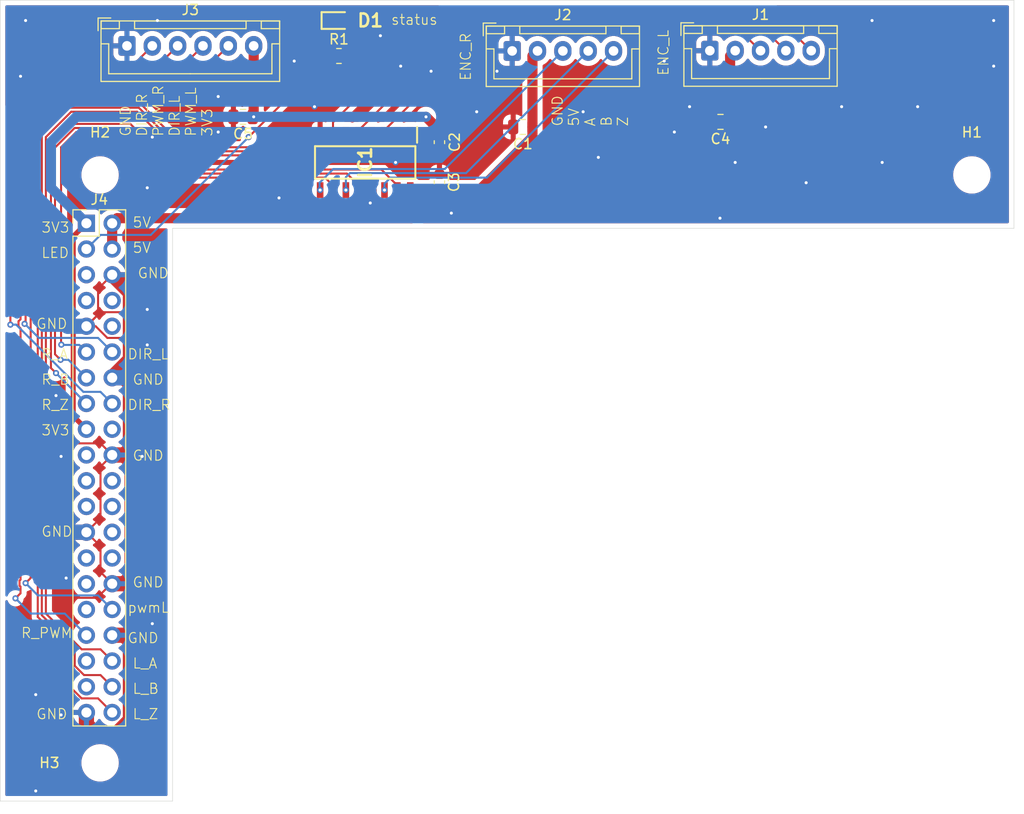
<source format=kicad_pcb>
(kicad_pcb (version 20240108) (generator "pcbnew") (generator_version "8.0")
  (layers (0 "F.Cu" signal) (31 "B.Cu" signal) (34 "B.Paste" user) (35 "F.Paste" user) (36 "B.SilkS" user "B.Silkscreen") (37 "F.SilkS" user "F.Silkscreen") (38 "B.Mask" user) (39 "F.Mask" user) (44 "Edge.Cuts" user))
  (net 0 "")
  (net 1 "GND")
  (net 2 "+5V")
  (net 3 "+3.3V")
  (net 4 "enc_R_B")
  (net 5 "Net-(IC1-FIN)")
  (net 6 "Net-(IC1-CIN)")
  (net 7 "Net-(IC1-DIN)")
  (net 8 "Net-(IC1-EIN)")
  (net 9 "enc_R_Z")
  (net 10 "Net-(IC1-BIN)")
  (net 11 "enc_L_B")
  (net 12 "Net-(IC1-AIN)")
  (net 13 "enc_L_A")
  (net 14 "enc_R_A")
  (net 15 "enc_L_Z")
  (net 16 "STATE_LED")
  (net 17 "PWM_LEFT")
  (net 18 "PWM_RIGHT")
  (net 19 "DIR_RIGHT")
  (net 21 "DIR_LEFT")
  (net 38 "Net-(D1-A)")
  (footprint "Capacitor_SMD:C_0603_1608Metric" (layer "F.Cu") (at 93.325 67.95 -90)
    (property "Reference" "C3" (at 0 -1.43 90) (layer "F.SilkS"))
    (property "Value" "0.1u")
    (fp_line (start -0.14058 0.51) (end 0.14058 0.51) (stroke (width 0.12)) (layer "F.SilkS"))
    (fp_line (start -0.14058 -0.51) (end 0.14058 -0.51) (stroke (width 0.12)) (layer "F.SilkS"))
    (pad "1" smd roundrect (at -0.775 0 270) (size 0.9 0.95) (layers "F.Cu" "F.Paste" "F.Mask") (net 1 "GND"))
    (pad "2" smd roundrect (at 0.775 0 270) (size 0.9 0.95) (layers "F.Cu" "F.Paste" "F.Mask") (net 2 "+5V"))
  )
  (footprint "Connector_JST:JST_XH_B5B-XH-A_1x05_P2.50mm_Vertical" (layer "F.Cu") (at 120 54.975)
    (property "Reference" "J1" (at 5 -3.55 0) (layer "F.SilkS"))
    (property "Value" "ENC_L")
    (fp_line (start -2.85 -2.75) (end -2.85 -1.5) (stroke (width 0.12)) (layer "F.SilkS"))
    (fp_line (start -2.56 -2.46) (end -2.56 3.51) (stroke (width 0.12)) (layer "F.SilkS"))
    (fp_line (start -2.56 3.51) (end 12.56 3.51) (stroke (width 0.12)) (layer "F.SilkS"))
    (fp_line (start -2.55 -2.45) (end -2.55 -1.7) (stroke (width 0.12)) (layer "F.SilkS"))
    (fp_line (start -2.55 -1.7) (end -0.75 -1.7) (stroke (width 0.12)) (layer "F.SilkS"))
    (fp_line (start -2.55 -0.2) (end -1.8 -0.2) (stroke (width 0.12)) (layer "F.SilkS"))
    (fp_line (start -1.8 -0.2) (end -1.8 2.75) (stroke (width 0.12)) (layer "F.SilkS"))
    (fp_line (start -1.8 2.75) (end 5 2.75) (stroke (width 0.12)) (layer "F.SilkS"))
    (fp_line (start -1.6 -2.75) (end -2.85 -2.75) (stroke (width 0.12)) (layer "F.SilkS"))
    (fp_line (start -0.75 -2.45) (end -2.55 -2.45) (stroke (width 0.12)) (layer "F.SilkS"))
    (fp_line (start -0.75 -1.7) (end -0.75 -2.45) (stroke (width 0.12)) (layer "F.SilkS"))
    (fp_line (start 0.75 -2.45) (end 0.75 -1.7) (stroke (width 0.12)) (layer "F.SilkS"))
    (fp_line (start 0.75 -1.7) (end 9.25 -1.7) (stroke (width 0.12)) (layer "F.SilkS"))
    (fp_line (start 9.25 -2.45) (end 0.75 -2.45) (stroke (width 0.12)) (layer "F.SilkS"))
    (fp_line (start 9.25 -1.7) (end 9.25 -2.45) (stroke (width 0.12)) (layer "F.SilkS"))
    (fp_line (start 10.75 -2.45) (end 10.75 -1.7) (stroke (width 0.12)) (layer "F.SilkS"))
    (fp_line (start 10.75 -1.7) (end 12.55 -1.7) (stroke (width 0.12)) (layer "F.SilkS"))
    (fp_line (start 11.8 -0.2) (end 11.8 2.75) (stroke (width 0.12)) (layer "F.SilkS"))
    (fp_line (start 11.8 2.75) (end 5 2.75) (stroke (width 0.12)) (layer "F.SilkS"))
    (fp_line (start 12.55 -2.45) (end 10.75 -2.45) (stroke (width 0.12)) (layer "F.SilkS"))
    (fp_line (start 12.55 -1.7) (end 12.55 -2.45) (stroke (width 0.12)) (layer "F.SilkS"))
    (fp_line (start 12.55 -0.2) (end 11.8 -0.2) (stroke (width 0.12)) (layer "F.SilkS"))
    (fp_line (start 12.56 -2.46) (end -2.56 -2.46) (stroke (width 0.12)) (layer "F.SilkS"))
    (fp_line (start 12.56 3.51) (end 12.56 -2.46) (stroke (width 0.12)) (layer "F.SilkS"))
    (pad "1" thru_hole roundrect (at 0 0) (size 1.7 1.95) (drill 0.95) (layers "*.Cu" "*.Mask") (roundrect_rratio 0.147059) (net 1 "GND"))
    (pad "2" thru_hole oval (at 2.5 0) (size 1.7 1.95) (drill 0.95) (layers "*.Cu" "*.Mask") (net 2 "+5V"))
    (pad "3" thru_hole oval (at 5 0) (size 1.7 1.95) (drill 0.95) (layers "*.Cu" "*.Mask") (net 12 "Net-(IC1-AIN)"))
    (pad "4" thru_hole oval (at 7.5 0) (size 1.7 1.95) (drill 0.95) (layers "*.Cu" "*.Mask") (net 10 "Net-(IC1-BIN)"))
    (pad "5" thru_hole oval (at 10 0) (size 1.7 1.95) (drill 0.95) (layers "*.Cu" "*.Mask") (net 6 "Net-(IC1-CIN)"))
  )
  (footprint "Connector_JST:JST_XH_B6B-XH-A_1x06_P2.50mm_Vertical" (layer "F.Cu") (at 62.5 54.5)
    (property "Reference" "J3" (at 6.25 -3.55 0) (layer "F.SilkS"))
    (property "Value" "MD")
    (fp_line (start -2.85 -2.75) (end -2.85 -1.5) (stroke (width 0.12)) (layer "F.SilkS"))
    (fp_line (start -2.56 -2.46) (end -2.56 3.51) (stroke (width 0.12)) (layer "F.SilkS"))
    (fp_line (start -2.56 3.51) (end 15.06 3.51) (stroke (width 0.12)) (layer "F.SilkS"))
    (fp_line (start -2.55 -2.45) (end -2.55 -1.7) (stroke (width 0.12)) (layer "F.SilkS"))
    (fp_line (start -2.55 -1.7) (end -0.75 -1.7) (stroke (width 0.12)) (layer "F.SilkS"))
    (fp_line (start -2.55 -0.2) (end -1.8 -0.2) (stroke (width 0.12)) (layer "F.SilkS"))
    (fp_line (start -1.8 -0.2) (end -1.8 2.75) (stroke (width 0.12)) (layer "F.SilkS"))
    (fp_line (start -1.8 2.75) (end 6.25 2.75) (stroke (width 0.12)) (layer "F.SilkS"))
    (fp_line (start -1.6 -2.75) (end -2.85 -2.75) (stroke (width 0.12)) (layer "F.SilkS"))
    (fp_line (start -0.75 -2.45) (end -2.55 -2.45) (stroke (width 0.12)) (layer "F.SilkS"))
    (fp_line (start -0.75 -1.7) (end -0.75 -2.45) (stroke (width 0.12)) (layer "F.SilkS"))
    (fp_line (start 0.75 -2.45) (end 0.75 -1.7) (stroke (width 0.12)) (layer "F.SilkS"))
    (fp_line (start 0.75 -1.7) (end 11.75 -1.7) (stroke (width 0.12)) (layer "F.SilkS"))
    (fp_line (start 11.75 -2.45) (end 0.75 -2.45) (stroke (width 0.12)) (layer "F.SilkS"))
    (fp_line (start 11.75 -1.7) (end 11.75 -2.45) (stroke (width 0.12)) (layer "F.SilkS"))
    (fp_line (start 13.25 -2.45) (end 13.25 -1.7) (stroke (width 0.12)) (layer "F.SilkS"))
    (fp_line (start 13.25 -1.7) (end 15.05 -1.7) (stroke (width 0.12)) (layer "F.SilkS"))
    (fp_line (start 14.3 -0.2) (end 14.3 2.75) (stroke (width 0.12)) (layer "F.SilkS"))
    (fp_line (start 14.3 2.75) (end 6.25 2.75) (stroke (width 0.12)) (layer "F.SilkS"))
    (fp_line (start 15.05 -2.45) (end 13.25 -2.45) (stroke (width 0.12)) (layer "F.SilkS"))
    (fp_line (start 15.05 -1.7) (end 15.05 -2.45) (stroke (width 0.12)) (layer "F.SilkS"))
    (fp_line (start 15.05 -0.2) (end 14.3 -0.2) (stroke (width 0.12)) (layer "F.SilkS"))
    (fp_line (start 15.06 -2.46) (end -2.56 -2.46) (stroke (width 0.12)) (layer "F.SilkS"))
    (fp_line (start 15.06 3.51) (end 15.06 -2.46) (stroke (width 0.12)) (layer "F.SilkS"))
    (pad "1" thru_hole roundrect (at 0 0) (size 1.7 1.95) (drill 0.95) (layers "*.Cu" "*.Mask") (roundrect_rratio 0.147059) (net 1 "GND"))
    (pad "2" thru_hole oval (at 2.5 0) (size 1.7 1.95) (drill 0.95) (layers "*.Cu" "*.Mask") (net 19 "DIR_RIGHT"))
    (pad "3" thru_hole oval (at 5 0) (size 1.7 1.95) (drill 0.95) (layers "*.Cu" "*.Mask") (net 18 "PWM_RIGHT"))
    (pad "4" thru_hole oval (at 7.5 0) (size 1.7 1.95) (drill 0.95) (layers "*.Cu" "*.Mask") (net 21 "DIR_LEFT"))
    (pad "5" thru_hole oval (at 10 0) (size 1.7 1.95) (drill 0.95) (layers "*.Cu" "*.Mask") (net 17 "PWM_LEFT"))
    (pad "6" thru_hole oval (at 12.5 0) (size 1.7 1.95) (drill 0.95) (layers "*.Cu" "*.Mask") (net 3 "+3.3V"))
  )
  (footprint "MountingHole:MountingHole_3.2mm_M3" (layer "F.Cu") (at 145.85 67.23)
    (property "Reference" "H1" (at 0 -4.2 0) (layer "F.SilkS"))
    (property "Value" "MountingHole")
    (pad "" np_thru_hole circle (at 0 0) (size 3.2 3.2) (drill 3.2) (layers "*.Cu" "*.Mask"))
  )
  (footprint "Capacitor_SMD:C_0805_2012Metric" (layer "F.Cu") (at 73.95 61.5 180)
    (property "Reference" "C5" (at 0 -1.68 180) (layer "F.SilkS"))
    (property "Value" "10u")
    (fp_line (start -0.261252 0.735) (end 0.261252 0.735) (stroke (width 0.12)) (layer "F.SilkS"))
    (fp_line (start -0.261252 -0.735) (end 0.261252 -0.735) (stroke (width 0.12)) (layer "F.SilkS"))
    (pad "1" smd roundrect (at -0.95 0 180) (size 1 1.45) (layers "F.Cu" "F.Paste" "F.Mask") (net 3 "+3.3V"))
    (pad "2" smd roundrect (at 0.95 0 180) (size 1 1.45) (layers "F.Cu" "F.Paste" "F.Mask") (net 1 "GND"))
  )
  (footprint "Capacitor_SMD:C_0805_2012Metric" (layer "F.Cu") (at 121.05 62 180)
    (property "Reference" "C4" (at 0 -1.68 180) (layer "F.SilkS"))
    (property "Value" "10u")
    (fp_line (start -0.261252 0.735) (end 0.261252 0.735) (stroke (width 0.12)) (layer "F.SilkS"))
    (fp_line (start -0.261252 -0.735) (end 0.261252 -0.735) (stroke (width 0.12)) (layer "F.SilkS"))
    (pad "1" smd roundrect (at -0.95 0 180) (size 1 1.45) (layers "F.Cu" "F.Paste" "F.Mask") (net 2 "+5V"))
    (pad "2" smd roundrect (at 0.95 0 180) (size 1 1.45) (layers "F.Cu" "F.Paste" "F.Mask") (net 1 "GND"))
  )
  (footprint "MC14504BDR2G:SOIC127P600X175-16N" (layer "F.Cu") (at 86 66 -90)
    (property "Reference" "IC1" (at 0 0 90) (layer "F.SilkS") (effects (font (size 1.27 1.27) (thickness 0.254))))
    (property "Value" "MC14504BDR2G" (hide yes))
    (fp_line (start -1.6 4.95) (end -1.6 -4.95) (stroke (width 0.2)) (layer "F.SilkS"))
    (fp_line (start 1.6 4.95) (end -1.6 4.95) (stroke (width 0.2)) (layer "F.SilkS"))
    (fp_line (start -1.6 -4.95) (end 1.6 -4.95) (stroke (width 0.2)) (layer "F.SilkS"))
    (fp_line (start 1.6 -4.95) (end 1.6 4.95) (stroke (width 0.2)) (layer "F.SilkS"))
    (fp_line (start -3.5 -5.12) (end -1.95 -5.12) (stroke (width 0.2)) (layer "F.SilkS"))
    (pad "1" smd rect (at -2.725 -4.445) (size 0.65 1.55) (layers "F.Cu" "F.Paste" "F.Mask") (net 3 "+3.3V"))
    (pad "2" smd rect (at -2.725 -3.175) (size 0.65 1.55) (layers "F.Cu" "F.Paste" "F.Mask") (net 13 "enc_L_A"))
    (pad "3" smd rect (at -2.725 -1.905) (size 0.65 1.55) (layers "F.Cu" "F.Paste" "F.Mask") (net 12 "Net-(IC1-AIN)"))
    (pad "4" smd rect (at -2.725 -0.635) (size 0.65 1.55) (layers "F.Cu" "F.Paste" "F.Mask") (net 11 "enc_L_B"))
    (pad "5" smd rect (at -2.725 0.635) (size 0.65 1.55) (layers "F.Cu" "F.Paste" "F.Mask") (net 10 "Net-(IC1-BIN)"))
    (pad "6" smd rect (at -2.725 1.905) (size 0.65 1.55) (layers "F.Cu" "F.Paste" "F.Mask") (net 15 "enc_L_Z"))
    (pad "7" smd rect (at -2.725 3.175) (size 0.65 1.55) (layers "F.Cu" "F.Paste" "F.Mask") (net 6 "Net-(IC1-CIN)"))
    (pad "8" smd rect (at -2.725 4.445) (size 0.65 1.55) (layers "F.Cu" "F.Paste" "F.Mask") (net 1 "GND"))
    (pad "9" smd rect (at 2.725 4.445) (size 0.65 1.55) (layers "F.Cu" "F.Paste" "F.Mask") (net 7 "Net-(IC1-DIN)"))
    (pad "10" smd rect (at 2.725 3.175) (size 0.65 1.55) (layers "F.Cu" "F.Paste" "F.Mask") (net 14 "enc_R_A"))
    (pad "11" smd rect (at 2.725 1.905) (size 0.65 1.55) (layers "F.Cu" "F.Paste" "F.Mask") (net 8 "Net-(IC1-EIN)"))
    (pad "12" smd rect (at 2.725 0.635) (size 0.65 1.55) (layers "F.Cu" "F.Paste" "F.Mask") (net 4 "enc_R_B"))
    (pad "13" smd rect (at 2.725 -0.635) (size 0.65 1.55) (layers "F.Cu" "F.Paste" "F.Mask") (net 1 "GND"))
    (pad "14" smd rect (at 2.725 -1.905) (size 0.65 1.55) (layers "F.Cu" "F.Paste" "F.Mask") (net 5 "Net-(IC1-FIN)"))
    (pad "15" smd rect (at 2.725 -3.175) (size 0.65 1.55) (layers "F.Cu" "F.Paste" "F.Mask") (net 9 "enc_R_Z"))
    (pad "16" smd rect (at 2.725 -4.445) (size 0.65 1.55) (layers "F.Cu" "F.Paste" "F.Mask") (net 2 "+5V"))
  )
  (footprint "Connector_PinHeader_2.54mm:PinHeader_2x20_P2.54mm_Vertical" (layer "F.Cu") (at 58.5 72)
    (property "Reference" "J4" (at 1.27 -2.33 0) (layer "F.SilkS"))
    (property "Value" "JetsonGPIO")
    (fp_line (start -1.33 -1.33) (end 0 -1.33) (stroke (width 0.12)) (layer "F.SilkS"))
    (fp_line (start -1.33 0) (end -1.33 -1.33) (stroke (width 0.12)) (layer "F.SilkS"))
    (fp_line (start -1.33 1.27) (end -1.33 49.59) (stroke (width 0.12)) (layer "F.SilkS"))
    (fp_line (start -1.33 1.27) (end 1.27 1.27) (stroke (width 0.12)) (layer "F.SilkS"))
    (fp_line (start -1.33 49.59) (end 3.87 49.59) (stroke (width 0.12)) (layer "F.SilkS"))
    (fp_line (start 1.27 -1.33) (end 3.87 -1.33) (stroke (width 0.12)) (layer "F.SilkS"))
    (fp_line (start 1.27 1.27) (end 1.27 -1.33) (stroke (width 0.12)) (layer "F.SilkS"))
    (fp_line (start 3.87 -1.33) (end 3.87 49.59) (stroke (width 0.12)) (layer "F.SilkS"))
    (pad "1" thru_hole rect (at 0 0) (size 1.7 1.7) (drill 1) (layers "*.Cu" "*.Mask") (net 3 "+3.3V"))
    (pad "2" thru_hole oval (at 2.54 0) (size 1.7 1.7) (drill 1) (layers "*.Cu" "*.Mask") (net 2 "+5V"))
    (pad "3" thru_hole oval (at 0 2.54) (size 1.7 1.7) (drill 1) (layers "*.Cu" "*.Mask") (net 16 "STATE_LED"))
    (pad "4" thru_hole oval (at 2.54 2.54) (size 1.7 1.7) (drill 1) (layers "*.Cu" "*.Mask") (net 2 "+5V"))
    (pad "5" thru_hole oval (at 0 5.08) (size 1.7 1.7) (drill 1) (layers "*.Cu" "*.Mask"))
    (pad "6" thru_hole oval (at 2.54 5.08) (size 1.7 1.7) (drill 1) (layers "*.Cu" "*.Mask") (net 1 "GND"))
    (pad "7" thru_hole oval (at 0 7.62) (size 1.7 1.7) (drill 1) (layers "*.Cu" "*.Mask"))
    (pad "8" thru_hole oval (at 2.54 7.62) (size 1.7 1.7) (drill 1) (layers "*.Cu" "*.Mask"))
    (pad "9" thru_hole oval (at 0 10.16) (size 1.7 1.7) (drill 1) (layers "*.Cu" "*.Mask") (net 1 "GND"))
    (pad "10" thru_hole oval (at 2.54 10.16) (size 1.7 1.7) (drill 1) (layers "*.Cu" "*.Mask"))
    (pad "11" thru_hole oval (at 0 12.7) (size 1.7 1.7) (drill 1) (layers "*.Cu" "*.Mask") (net 14 "enc_R_A"))
    (pad "12" thru_hole oval (at 2.54 12.7) (size 1.7 1.7) (drill 1) (layers "*.Cu" "*.Mask") (net 21 "DIR_LEFT"))
    (pad "13" thru_hole oval (at 0 15.24) (size 1.7 1.7) (drill 1) (layers "*.Cu" "*.Mask") (net 4 "enc_R_B"))
    (pad "14" thru_hole oval (at 2.54 15.24) (size 1.7 1.7) (drill 1) (layers "*.Cu" "*.Mask") (net 1 "GND"))
    (pad "15" thru_hole oval (at 0 17.78) (size 1.7 1.7) (drill 1) (layers "*.Cu" "*.Mask") (net 9 "enc_R_Z"))
    (pad "16" thru_hole oval (at 2.54 17.78) (size 1.7 1.7) (drill 1) (layers "*.Cu" "*.Mask") (net 19 "DIR_RIGHT"))
    (pad "17" thru_hole oval (at 0 20.32) (size 1.7 1.7) (drill 1) (layers "*.Cu" "*.Mask") (net 3 "+3.3V"))
    (pad "18" thru_hole oval (at 2.54 20.32) (size 1.7 1.7) (drill 1) (layers "*.Cu" "*.Mask"))
    (pad "19" thru_hole oval (at 0 22.86) (size 1.7 1.7) (drill 1) (layers "*.Cu" "*.Mask"))
    (pad "20" thru_hole oval (at 2.54 22.86) (size 1.7 1.7) (drill 1) (layers "*.Cu" "*.Mask") (net 1 "GND"))
    (pad "21" thru_hole oval (at 0 25.4) (size 1.7 1.7) (drill 1) (layers "*.Cu" "*.Mask"))
    (pad "22" thru_hole oval (at 2.54 25.4) (size 1.7 1.7) (drill 1) (layers "*.Cu" "*.Mask"))
    (pad "23" thru_hole oval (at 0 27.94) (size 1.7 1.7) (drill 1) (layers "*.Cu" "*.Mask"))
    (pad "24" thru_hole oval (at 2.54 27.94) (size 1.7 1.7) (drill 1) (layers "*.Cu" "*.Mask"))
    (pad "25" thru_hole oval (at 0 30.48) (size 1.7 1.7) (drill 1) (layers "*.Cu" "*.Mask") (net 1 "GND"))
    (pad "26" thru_hole oval (at 2.54 30.48) (size 1.7 1.7) (drill 1) (layers "*.Cu" "*.Mask"))
    (pad "27" thru_hole oval (at 0 33.02) (size 1.7 1.7) (drill 1) (layers "*.Cu" "*.Mask"))
    (pad "28" thru_hole oval (at 2.54 33.02) (size 1.7 1.7) (drill 1) (layers "*.Cu" "*.Mask"))
    (pad "29" thru_hole oval (at 0 35.56) (size 1.7 1.7) (drill 1) (layers "*.Cu" "*.Mask"))
    (pad "30" thru_hole oval (at 2.54 35.56) (size 1.7 1.7) (drill 1) (layers "*.Cu" "*.Mask") (net 1 "GND"))
    (pad "31" thru_hole oval (at 0 38.1) (size 1.7 1.7) (drill 1) (layers "*.Cu" "*.Mask"))
    (pad "32" thru_hole oval (at 2.54 38.1) (size 1.7 1.7) (drill 1) (layers "*.Cu" "*.Mask") (net 17 "PWM_LEFT"))
    (pad "33" thru_hole oval (at 0 40.64) (size 1.7 1.7) (drill 1) (layers "*.Cu" "*.Mask") (net 18 "PWM_RIGHT"))
    (pad "34" thru_hole oval (at 2.54 40.64) (size 1.7 1.7) (drill 1) (layers "*.Cu" "*.Mask") (net 1 "GND"))
    (pad "35" thru_hole oval (at 0 43.18) (size 1.7 1.7) (drill 1) (layers "*.Cu" "*.Mask"))
    (pad "36" thru_hole oval (at 2.54 43.18) (size 1.7 1.7) (drill 1) (layers "*.Cu" "*.Mask") (net 13 "enc_L_A"))
    (pad "37" thru_hole oval (at 0 45.72) (size 1.7 1.7) (drill 1) (layers "*.Cu" "*.Mask"))
    (pad "38" thru_hole oval (at 2.54 45.72) (size 1.7 1.7) (drill 1) (layers "*.Cu" "*.Mask") (net 11 "enc_L_B"))
    (pad "39" thru_hole oval (at 0 48.26) (size 1.7 1.7) (drill 1) (layers "*.Cu" "*.Mask") (net 1 "GND"))
    (pad "40" thru_hole oval (at 2.54 48.26) (size 1.7 1.7) (drill 1) (layers "*.Cu" "*.Mask") (net 15 "enc_L_Z"))
  )
  (footprint "Capacitor_SMD:C_0805_2012Metric" (layer "F.Cu") (at 101.55 62.5 180)
    (property "Reference" "C1" (at 0 -1.68 180) (layer "F.SilkS"))
    (property "Value" "10u")
    (fp_line (start -0.261252 0.735) (end 0.261252 0.735) (stroke (width 0.12)) (layer "F.SilkS"))
    (fp_line (start -0.261252 -0.735) (end 0.261252 -0.735) (stroke (width 0.12)) (layer "F.SilkS"))
    (pad "1" smd roundrect (at -0.95 0 180) (size 1 1.45) (layers "F.Cu" "F.Paste" "F.Mask") (net 2 "+5V"))
    (pad "2" smd roundrect (at 0.95 0 180) (size 1 1.45) (layers "F.Cu" "F.Paste" "F.Mask") (net 1 "GND"))
  )
  (footprint "Capacitor_SMD:C_0603_1608Metric" (layer "F.Cu") (at 93.325 64 90)
    (property "Reference" "C2" (at 0 1.5 -90) (layer "F.SilkS"))
    (property "Value" "0.1u")
    (fp_line (start -0.14058 -0.51) (end 0.14058 -0.51) (stroke (width 0.12)) (layer "F.SilkS"))
    (fp_line (start -0.14058 0.51) (end 0.14058 0.51) (stroke (width 0.12)) (layer "F.SilkS"))
    (pad "1" smd roundrect (at -0.775 0 90) (size 0.9 0.95) (layers "F.Cu" "F.Paste" "F.Mask") (net 1 "GND"))
    (pad "2" smd roundrect (at 0.775 0 90) (size 0.9 0.95) (layers "F.Cu" "F.Paste" "F.Mask") (net 3 "+3.3V"))
  )
  (footprint "Resistor_SMD:R_0805_2012Metric" (layer "F.Cu") (at 83.4125 55.5)
    (property "Reference" "R1" (at 0 -1.65 0) (layer "F.SilkS"))
    (property "Value" "120")
    (fp_line (start -0.227064 -0.735) (end 0.227064 -0.735) (stroke (width 0.12)) (layer "F.SilkS"))
    (fp_line (start -0.227064 0.735) (end 0.227064 0.735) (stroke (width 0.12)) (layer "F.SilkS"))
    (pad "1" smd roundrect (at -0.9125 0) (size 1.025 1.4) (layers "F.Cu" "F.Paste" "F.Mask") (roundrect_rratio 0.243902) (net 16 "STATE_LED"))
    (pad "2" smd roundrect (at 0.9125 0) (size 1.025 1.4) (layers "F.Cu" "F.Paste" "F.Mask") (roundrect_rratio 0.243902) (net 38 "Net-(D1-A)"))
  )
  (footprint "Connector_JST:JST_XH_B5B-XH-A_1x05_P2.50mm_Vertical" (layer "F.Cu") (at 100.5 55)
    (property "Reference" "J2" (at 5 -3.55 0) (layer "F.SilkS"))
    (property "Value" "ENC_R")
    (fp_line (start -2.85 -2.75) (end -2.85 -1.5) (stroke (width 0.12)) (layer "F.SilkS"))
    (fp_line (start -2.56 -2.46) (end -2.56 3.51) (stroke (width 0.12)) (layer "F.SilkS"))
    (fp_line (start -2.56 3.51) (end 12.56 3.51) (stroke (width 0.12)) (layer "F.SilkS"))
    (fp_line (start -2.55 -2.45) (end -2.55 -1.7) (stroke (width 0.12)) (layer "F.SilkS"))
    (fp_line (start -2.55 -1.7) (end -0.75 -1.7) (stroke (width 0.12)) (layer "F.SilkS"))
    (fp_line (start -2.55 -0.2) (end -1.8 -0.2) (stroke (width 0.12)) (layer "F.SilkS"))
    (fp_line (start -1.8 -0.2) (end -1.8 2.75) (stroke (width 0.12)) (layer "F.SilkS"))
    (fp_line (start -1.8 2.75) (end 5 2.75) (stroke (width 0.12)) (layer "F.SilkS"))
    (fp_line (start -1.6 -2.75) (end -2.85 -2.75) (stroke (width 0.12)) (layer "F.SilkS"))
    (fp_line (start -0.75 -2.45) (end -2.55 -2.45) (stroke (width 0.12)) (layer "F.SilkS"))
    (fp_line (start -0.75 -1.7) (end -0.75 -2.45) (stroke (width 0.12)) (layer "F.SilkS"))
    (fp_line (start 0.75 -2.45) (end 0.75 -1.7) (stroke (width 0.12)) (layer "F.SilkS"))
    (fp_line (start 0.75 -1.7) (end 9.25 -1.7) (stroke (width 0.12)) (layer "F.SilkS"))
    (fp_line (start 9.25 -2.45) (end 0.75 -2.45) (stroke (width 0.12)) (layer "F.SilkS"))
    (fp_line (start 9.25 -1.7) (end 9.25 -2.45) (stroke (width 0.12)) (layer "F.SilkS"))
    (fp_line (start 10.75 -2.45) (end 10.75 -1.7) (stroke (width 0.12)) (layer "F.SilkS"))
    (fp_line (start 10.75 -1.7) (end 12.55 -1.7) (stroke (width 0.12)) (layer "F.SilkS"))
    (fp_line (start 11.8 -0.2) (end 11.8 2.75) (stroke (width 0.12)) (layer "F.SilkS"))
    (fp_line (start 11.8 2.75) (end 5 2.75) (stroke (width 0.12)) (layer "F.SilkS"))
    (fp_line (start 12.55 -2.45) (end 10.75 -2.45) (stroke (width 0.12)) (layer "F.SilkS"))
    (fp_line (start 12.55 -1.7) (end 12.55 -2.45) (stroke (width 0.12)) (layer "F.SilkS"))
    (fp_line (start 12.55 -0.2) (end 11.8 -0.2) (stroke (width 0.12)) (layer "F.SilkS"))
    (fp_line (start 12.56 -2.46) (end -2.56 -2.46) (stroke (width 0.12)) (layer "F.SilkS"))
    (fp_line (start 12.56 3.51) (end 12.56 -2.46) (stroke (width 0.12)) (layer "F.SilkS"))
    (pad "1" thru_hole roundrect (at 0 0) (size 1.7 1.95) (drill 0.95) (layers "*.Cu" "*.Mask") (roundrect_rratio 0.147059) (net 1 "GND"))
    (pad "2" thru_hole oval (at 2.5 0) (size 1.7 1.95) (drill 0.95) (layers "*.Cu" "*.Mask") (net 2 "+5V"))
    (pad "3" thru_hole oval (at 5 0) (size 1.7 1.95) (drill 0.95) (layers "*.Cu" "*.Mask") (net 7 "Net-(IC1-DIN)"))
    (pad "4" thru_hole oval (at 7.5 0) (size 1.7 1.95) (drill 0.95) (layers "*.Cu" "*.Mask") (net 8 "Net-(IC1-EIN)"))
    (pad "5" thru_hole oval (at 10 0) (size 1.7 1.95) (drill 0.95) (layers "*.Cu" "*.Mask") (net 5 "Net-(IC1-FIN)"))
  )
  (footprint "MountingHole:MountingHole_3.2mm_M3" (layer "F.Cu") (at 59.85 67.23)
    (property "Reference" "H2" (at 0 -4.2 0) (layer "F.SilkS"))
    (property "Value" "MountingHole")
    (pad "" np_thru_hole circle (at 0 0) (size 3.2 3.2) (drill 3.2) (layers "*.Cu" "*.Mask"))
  )
  (footprint "LTST-C190GKT:LEDC1608X90N" (layer "F.Cu") (at 83.25 52)
    (property "Reference" "D1" (at 3.25 0 0) (layer "F.SilkS") (effects (font (size 1.27 1.27) (thickness 0.254))))
    (property "Value" "STATE" (hide yes))
    (fp_line (start -1.55 -0.825) (end -1.55 0.825) (stroke (width 0.2)) (layer "F.SilkS"))
    (fp_line (start -1.55 0.825) (end 0.75 0.825) (stroke (width 0.2)) (layer "F.SilkS"))
    (fp_line (start 0.75 -0.825) (end -1.55 -0.825) (stroke (width 0.2)) (layer "F.SilkS"))
    (pad "1" smd rect (at -0.75 0) (size 0.9 0.95) (layers "F.Cu" "F.Paste" "F.Mask") (net 1 "GND"))
    (pad "2" smd rect (at 0.75 0) (size 0.9 0.95) (layers "F.Cu" "F.Paste" "F.Mask") (net 38 "Net-(D1-A)"))
  )
  (footprint "MountingHole:MountingHole_3.2mm_M3" (layer "F.Cu") (at 59.85 125.23)
    (property "Reference" "H3" (at -5 0 0) (layer "F.SilkS"))
    (property "Value" "MountingHole")
    (pad "" np_thru_hole circle (at 0 0) (size 3.2 3.2) (drill 3.2) (layers "*.Cu" "*.Mask"))
  )
  (gr_line (start 50 129) (end 67 129) (stroke (width 0.05)) (layer "Edge.Cuts"))
  (gr_line (start 50 50) (end 50 129) (stroke (width 0.05)) (layer "Edge.Cuts"))
  (gr_line (start 150 72.5) (end 67 72.5) (stroke (width 0.05)) (layer "Edge.Cuts"))
  (gr_line (start 50 50) (end 150 50) (stroke (width 0.05)) (layer "Edge.Cuts"))
  (gr_line (start 150 50) (end 150 72.5) (stroke (width 0.05)) (layer "Edge.Cuts"))
  (gr_line (start 67 72.5) (end 67 129) (stroke (width 0.05)) (layer "Edge.Cuts"))
  (gr_text "GND" (at 63.5 77.5 0) (layer "F.SilkS") (effects (font (size 1 1) (thickness 0.1)) (justify left bottom)))
  (gr_text "5V\n" (at 63 75 0) (layer "F.SilkS") (effects (font (size 1 1) (thickness 0.1)) (justify left bottom)))
  (gr_text "R_PWM\n" (at 52 113 0) (layer "F.SilkS") (effects (font (size 1 1) (thickness 0.1)) (justify left bottom)))
  (gr_text "GND\n" (at 62.5 113.5 0) (layer "F.SilkS") (effects (font (size 1 1) (thickness 0.1)) (justify left bottom)))
  (gr_text "L_B" (at 63 118.5 0) (layer "F.SilkS") (effects (font (size 1 1) (thickness 0.1)) (justify left bottom)))
  (gr_text "GND" (at 63 108 0) (layer "F.SilkS") (effects (font (size 1 1) (thickness 0.1)) (justify left bottom)))
  (gr_text "L_A" (at 63 116 0) (layer "F.SilkS") (effects (font (size 1 1) (thickness 0.1)) (justify left bottom)))
  (gr_text "3V3\n" (at 54 73 0) (layer "F.SilkS") (effects (font (size 1 1) (thickness 0.1)) (justify left bottom)))
  (gr_text "GND\n" (at 54 103 0) (layer "F.SilkS") (effects (font (size 1 1) (thickness 0.1)) (justify left bottom)))
  (gr_text "GND\n5V\nA\nB\nZ" (at 112 62.5 90) (layer "F.SilkS") (effects (font (size 1 1) (thickness 0.1)) (justify left bottom)))
  (gr_text "R_B\n" (at 54 88 0) (layer "F.SilkS") (effects (font (size 1 1) (thickness 0.1)) (justify left bottom)))
  (gr_text "3V3\n" (at 54 93 0) (layer "F.SilkS") (effects (font (size 1 1) (thickness 0.1)) (justify left bottom)))
  (gr_text "5V\n" (at 63 72.5 0) (layer "F.SilkS") (effects (font (size 1 1) (thickness 0.1)) (justify left bottom)))
  (gr_text "ENC_R" (at 96.5 58 90) (layer "F.SilkS") (effects (font (size 1 1) (thickness 0.1)) (justify left bottom)))
  (gr_text "R_Z" (at 54 90.5 0) (layer "F.SilkS") (effects (font (size 1 1) (thickness 0.1)) (justify left bottom)))
  (gr_text "GND" (at 63 88 0) (layer "F.SilkS") (effects (font (size 1 1) (thickness 0.1)) (justify left bottom)))
  (gr_text "ENC_L" (at 116 57.5 90) (layer "F.SilkS") (effects (font (size 1 1) (thickness 0.1)) (justify left bottom)))
  (gr_text "L_Z" (at 63 121 0) (layer "F.SilkS") (effects (font (size 1 1) (thickness 0.1)) (justify left bottom)))
  (gr_text "R_A\n" (at 54 85.5 0) (layer "F.SilkS") (effects (font (size 1 1) (thickness 0.1)) (justify left bottom)))
  (gr_text "pwmL\n" (at 62.5 110.5 0) (layer "F.SilkS") (effects (font (size 1 1) (thickness 0.1)) (justify left bottom)))
  (gr_text "GND\n" (at 53.5 121 0) (layer "F.SilkS") (effects (font (size 1 1) (thickness 0.1)) (justify left bottom)))
  (gr_text "LED\n" (at 54 75.5 0) (layer "F.SilkS") (effects (font (size 1 1) (thickness 0.1)) (justify left bottom)))
  (gr_text "GND\nDIR_R\nPWM_R\nDIR_L\nPWM_L\n3V3" (at 71 63.5 90) (layer "F.SilkS") (effects (font (size 1 1) (thickness 0.1)) (justify left bottom)))
  (gr_text "GND\n" (at 53.5 82.5 0) (layer "F.SilkS") (effects (font (size 1 1) (thickness 0.1)) (justify left bottom)))
  (gr_text "DIR_L\n" (at 62.5 85.5 0) (layer "F.SilkS") (effects (font (size 1 1) (thickness 0.1)) (justify left bottom)))
  (gr_text "status\n" (at 88.5 52.5 0) (layer "F.SilkS") (effects (font (size 1 1) (thickness 0.1)) (justify left bottom)))
  (gr_text "DIR_R\n" (at 62.5 90.5 0) (layer "F.SilkS") (effects (font (size 1 1) (thickness 0.1)) (justify left bottom)))
  (gr_text "GND\n" (at 63 95.5 0) (layer "F.SilkS") (effects (font (size 1 1) (thickness 0.1)) (justify left bottom)))
  (segment (start 59.65 78.47) (end 61.04 77.08) (width 0.2) (layer "F.Cu") (net 1))
  (segment (start 58.5 82.16) (end 59.65 81.01) (width 0.2) (layer "F.Cu") (net 1))
  (segment (start 59.413654 82.16) (end 60.563654 83.31) (width 0.2) (layer "F.Cu") (net 1))
  (segment (start 61.04 87.24) (end 62.242081 87.24) (width 1.5) (layer "F.Cu") (net 1))
  (segment (start 59.89 96.01) (end 59.89 101.09) (width 0.2) (layer "F.Cu") (net 1))
  (segment (start 62.242081 107.56) (end 61.04 107.56) (width 1.5) (layer "F.Cu") (net 1))
  (segment (start 59.437919 122.4) (end 58.5 121.462081) (width 1.5) (layer "F.Cu") (net 1))
  (segment (start 59.55 108.95) (end 57.05 108.95) (width 0.2) (layer "F.Cu") (net 1))
  (segment (start 59.89 106.41) (end 59.89 103.87) (width 0.2) (layer "F.Cu") (net 1))
  (segment (start 56.98 102.48) (end 56.5 102) (width 1.5) (layer "F.Cu") (net 1))
  (segment (start 62.242081 94.86) (end 63 95.617919) (width 1.5) (layer "F.Cu") (net 1))
  (segment (start 58.5 121.462081) (end 58.5 120.26) (width 1.5) (layer "F.Cu") (net 1))
  (segment (start 62.242081 87.24) (end 62.84 87.837919) (width 1.5) (layer "F.Cu") (net 1))
  (segment (start 67.5 66) (end 65 63.5) (width 0.5) (layer "F.Cu") (net 1))
  (segment (start 58.5 82.16) (end 59.89 80.77) (width 0.2) (layer "F.Cu") (net 1))
  (segment (start 62.242081 112.64) (end 62.84 113.237919) (width 1.5) (layer "F.Cu") (net 1))
  (segment (start 61.04 107.56) (end 60.94 107.56) (width 0.2) (layer "F.Cu") (net 1))
  (segment (start 62.24 94.86) (end 61.04 94.86) (width 1.5) (layer "F.Cu") (net 1))
  (segment (start 86.635 69.865) (end 86.5 70) (width 1) (layer "F.Cu") (net 1))
  (segment (start 57.29 93.71) (end 56 95) (width 0.2) (layer "F.Cu") (net 1))
  (segment (start 62.53 83.31) (end 62.84 83) (width 0.2) (layer "F.Cu") (net 1))
  (segment (start 57.05 108.95) (end 56.5 109.5) (width 0.2) (layer "F.Cu") (net 1))
  (segment (start 59.65 81.01) (end 59.65 78.47) (width 0.2) (layer "F.Cu") (net 1))
  (segment (start 62.84 83) (end 62.84 85.445585) (width 1.5) (layer "F.Cu") (net 1))
  (segment (start 59.89 101.09) (end 58.5 102.48) (width 0.2) (layer "F.Cu") (net 1))
  (segment (start 58.5 102.48) (end 56.98 102.48) (width 1.5) (layer "F.Cu") (net 1))
  (segment (start 61.04 112.64) (end 62.242081 112.64) (width 1.5) (layer "F.Cu") (net 1))
  (segment (start 61.045585 87.24) (end 61.04 87.24) (width 1.5) (layer "F.Cu") (net 1))
  (segment (start 59.89 80.77) (end 62.57 80.77) (width 0.2) (layer "F.Cu") (net 1))
  (segment (start 61.04 77.08) (end 61.08 77.08) (width 1.5) (layer "F.Cu") (net 1))
  (segment (start 61.04 94.86) (end 59.89 93.71) (width 0.2) (layer "F.Cu") (net 1))
  (segment (start 61.08 77.08) (end 62.84 78.84) (width 1.5) (layer "F.Cu") (net 1))
  (segment (start 58.5 82.16) (end 59.413654 82.16) (width 0.2) (layer "F.Cu") (net 1))
  (segment (start 62.57 80.77) (end 62.84 80.5) (width 0.2) (layer "F.Cu") (net 1))
  (segment (start 62.84 87.837919) (end 62.84 94.26) (width 1.5) (layer "F.Cu") (net 1))
  (segment (start 61.445585 122.4) (end 59.437919 122.4) (width 1.5) (layer "F.Cu") (net 1))
  (segment (start 63 106.802081) (end 62.242081 107.56) (width 1.5) (layer "F.Cu") (net 1))
  (segment (start 60.563654 83.31) (end 62.53 83.31) (width 0.2) (layer "F.Cu") (net 1))
  (segment (start 62.84 85.445585) (end 61.045585 87.24) (width 1.5) (layer "F.Cu") (net 1))
  (segment (start 59.89 93.71) (end 57.29 93.71) (width 0.2) (layer "F.Cu") (net 1))
  (segment (start 62.84 113.237919) (end 62.84 121.005585) (width 1.5) (layer "F.Cu") (net 1))
  (segment (start 61.04 94.86) (end 59.89 96.01) (width 0.2) (layer "F.Cu") (net 1))
  (segment (start 59.89 103.87) (end 58.5 102.48) (width 0.2) (layer "F.Cu") (net 1))
  (segment (start 88 66) (end 74 66) (width 0.5) (layer "F.Cu") (net 1))
  (segment (start 62.84 78.84) (end 62.84 80.5) (width 1.5) (layer "F.Cu") (net 1))
  (segment (start 63 95.617919) (end 63 106.802081) (width 1.5) (layer "F.Cu") (net 1))
  (segment (start 60.94 107.56) (end 59.55 108.95) (width 0.2) (layer "F.Cu") (net 1))
  (segment (start 74 66) (end 67.5 66) (width 0.5) (layer "F.Cu") (net 1))
  (segment (start 62.84 121.005585) (end 61.445585 122.4) (width 1.5) (layer "F.Cu") (net 1))
  (segment (start 62.84 80.5) (end 62.84 83) (width 1.5) (layer "F.Cu") (net 1))
  (segment (start 86.635 68.725) (end 86.635 69.865) (width 1) (layer "F.Cu") (net 1))
  (segment (start 61.04 107.56) (end 59.89 106.41) (width 0.2) (layer "F.Cu") (net 1))
  (segment (start 61.04 94.86) (end 62.242081 94.86) (width 1.5) (layer "F.Cu") (net 1))
  (segment (start 62.84 94.26) (end 62.24 94.86) (width 1.5) (layer "F.Cu") (net 1))
  (via (at 52 57.5) (size 0.6) (drill 0.3) (layers "F.Cu" "B.Cu") (net 1))
  (via (at 97 61) (size 0.6) (drill 0.3) (layers "F.Cu" "B.Cu") (net 1))
  (via (at 109 65.5) (size 0.6) (drill 0.3) (layers "F.Cu" "B.Cu") (net 1))
  (via (at 56.5 107) (size 0.6) (drill 0.3) (layers "F.Cu" "B.Cu") (net 1))
  (via (at 92.5 57) (size 0.6) (drill 0.3) (layers "F.Cu" "B.Cu") (net 1))
  (via (at 55.5 89) (size 0.6) (drill 0.3) (layers "F.Cu" "B.Cu") (net 1))
  (via (at 94.5 71) (size 0.6) (drill 0.3) (layers "F.Cu" "B.Cu") (net 1))
  (via (at 64.5 84) (size 0.6) (drill 0.3) (layers "F.Cu" "B.Cu") (net 1))
  (via (at 116.5 63) (size 0.6) (drill 0.3) (layers "F.Cu" "B.Cu") (net 1))
  (via (at 129.5 68) (size 0.6) (drill 0.3) (layers "F.Cu" "B.Cu") (net 1))
  (via (at 56 120.5) (size 0.6) (drill 0.3) (layers "F.Cu" "B.Cu") (net 1))
  (via (at 79 56) (size 0.6) (drill 0.3) (layers "F.Cu" "B.Cu") (net 1))
  (via (at 125.5 62.5) (size 0.6) (drill 0.3) (layers "F.Cu" "B.Cu") (net 1))
  (via (at 87.5 53.5) (size 0.6) (drill 0.3) (layers "F.Cu" "B.Cu") (net 1))
  (via (at 121 71.5) (size 0.6) (drill 0.3) (layers "F.Cu" "B.Cu") (net 1))
  (via (at 148 52) (size 0.6) (drill 0.3) (layers "F.Cu" "B.Cu") (net 1))
  (via (at 56 95) (size 0.6) (drill 0.3) (layers "F.Cu" "B.Cu") (net 1))
  (via (at 86.5 70) (size 0.6) (drill 0.3) (layers "F.Cu" "B.Cu") (net 1))
  (via (at 65 111.5) (size 0.6) (drill 0.3) (layers "F.Cu" "B.Cu") (net 1))
  (via (at 64.5 80.5) (size 0.6) (drill 0.3) (layers "F.Cu" "B.Cu") (net 1))
  (via (at 53.5 128) (size 0.6) (drill 0.3) (layers "F.Cu" "B.Cu") (net 1))
  (via (at 122.5 66) (size 0.6) (drill 0.3) (layers "F.Cu" "B.Cu") (net 1))
  (via (at 64 95) (size 0.6) (drill 0.3) (layers "F.Cu" "B.Cu") (net 1))
  (via (at 65.5 52) (size 0.6) (drill 0.3) (layers "F.Cu" "B.Cu") (net 1))
  (via (at 133 60.5) (size 0.6) (drill 0.3) (layers "F.Cu" "B.Cu") (net 1))
  (via (at 64.5 68.5) (size 0.6) (drill 0.3) (layers "F.Cu" "B.Cu") (net 1))
  (via (at 136 52) (size 0.6) (drill 0.3) (layers "F.Cu" "B.Cu") (net 1))
  (via (at 71.5 59.5) (size 0.6) (drill 0.3) (layers "F.Cu" "B.Cu") (net 1))
  (via (at 52.5 52) (size 0.6) (drill 0.3) (layers "F.Cu" "B.Cu") (net 1))
  (via (at 115.5 56) (size 0.6) (drill 0.3) (layers "F.Cu" "B.Cu") (net 1))
  (via (at 71.5 63) (size 0.6) (drill 0.3) (layers "F.Cu" "B.Cu") (net 1))
  (via (at 137 66) (size 0.6) (drill 0.3) (layers "F.Cu" "B.Cu") (net 1))
  (via (at 118 60.5) (size 0.6) (drill 0.3) (layers "F.Cu" "B.Cu") (net 1))
  (via (at 89.5 56.5) (size 0.6) (drill 0.3) (layers "F.Cu" "B.Cu") (net 1))
  (via (at 81 60.5) (size 0.6) (drill 0.3) (layers "F.Cu" "B.Cu") (net 1))
  (via (at 140.5 60.5) (size 0.6) (drill 0.3) (layers "F.Cu" "B.Cu") (net 1))
  (via (at 148 56.5) (size 0.6) (drill 0.3) (layers "F.Cu" "B.Cu") (net 1))
  (via (at 99 57) (size 0.6) (drill 0.3) (layers "F.Cu" "B.Cu") (net 1))
  (via (at 53.5 118.5) (size 0.6) (drill 0.3) (layers "F.Cu" "B.Cu") (net 1))
  (via (at 89 66) (size 0.6) (drill 0.3) (layers "F.Cu" "B.Cu") (net 1))
  (via (at 107.5 61) (size 0.6) (drill 0.3) (layers "F.Cu" "B.Cu") (net 1))
  (via (at 77.5 69.5) (size 0.6) (drill 0.3) (layers "F.Cu" "B.Cu") (net 1))
  (via (at 65 63.5) (size 0.6) (drill 0.3) (layers "F.Cu" "B.Cu") (net 1))
  (segment (start 58.5 82.16) (end 56.66 82.16) (width 1.5) (layer "B.Cu") (net 1))
  (segment (start 58.5 102.48) (end 56.52 102.48) (width 1.5) (layer "B.Cu") (net 1))
  (segment (start 56.66 82.16) (end 56.5 82) (width 1.5) (layer "B.Cu") (net 1))
  (segment (start 62.26 87.24) (end 62.5 87) (width 1.5) (layer "B.Cu") (net 1))
  (segment (start 61.04 87.24) (end 62.26 87.24) (width 1.5) (layer "B.Cu") (net 1))
  (segment (start 56.52 102.48) (end 56.5 102.5) (width 1.5) (layer "B.Cu") (net 1))
  (segment (start 102.5 63.5) (end 102.5 62.5) (width 1) (layer "F.Cu") (net 2))
  (segment (start 97.275 68.725) (end 102.5 63.5) (width 1) (layer "F.Cu") (net 2))
  (segment (start 102.5 62.5) (end 102.5 55.5) (width 1) (layer "F.Cu") (net 2))
  (segment (start 61.54 71.5) (end 90.55 71.5) (width 1) (layer "F.Cu") (net 2))
  (segment (start 93.325 68.725) (end 97.275 68.725) (width 1) (layer "F.Cu") (net 2))
  (segment (start 93.325 68.725) (end 116 68.725) (width 1) (layer "F.Cu") (net 2))
  (segment (start 61.04 72) (end 61.54 71.5) (width 1) (layer "F.Cu") (net 2))
  (segment (start 116 68.725) (end 122 62.725) (width 1) (layer "F.Cu") (net 2))
  (segment (start 122 55.5) (end 122.5 55) (width 1) (layer "F.Cu") (net 2))
  (segment (start 122 62) (end 122 55.5) (width 1) (layer "F.Cu") (net 2))
  (segment (start 122 62.725) (end 122 62) (width 1) (layer "F.Cu") (net 2))
  (segment (start 61.04 74.54) (end 61.04 72) (width 1) (layer "F.Cu") (net 2))
  (segment (start 102.5 55.5) (end 103 55) (width 1) (layer "F.Cu") (net 2))
  (segment (start 90.445 68.725) (end 93.325 68.725) (width 1) (layer "F.Cu") (net 2))
  (segment (start 90.55 71.5) (end 93.325 68.725) (width 1) (layer "F.Cu") (net 2))
  (segment (start 93.275 63.275) (end 93.325 63.225) (width 1) (layer "F.Cu") (net 3))
  (segment (start 93.325 62.825) (end 92 61.5) (width 1) (layer "F.Cu") (net 3))
  (segment (start 57.2 91.02) (end 57.2 73.3) (width 0.5) (layer "F.Cu") (net 3))
  (segment (start 90.445 63.275) (end 93.275 63.275) (width 1) (layer "F.Cu") (net 3))
  (segment (start 93.325 63.225) (end 93.325 62.825) (width 1) (layer "F.Cu") (net 3))
  (segment (start 75 55) (end 75 61.5) (width 1) (layer "F.Cu") (net 3))
  (segment (start 57.2 73.3) (end 58.5 72) (width 0.5) (layer "F.Cu") (net 3))
  (segment (start 58.5 92.32) (end 57.2 91.02) (width 0.5) (layer "F.Cu") (net 3))
  (segment (start 75 54.5) (end 75 55) (width 1) (layer "F.Cu") (net 3))
  (via (at 92 61.5) (size 0.6) (drill 0.3) (layers "F.Cu" "B.Cu") (net 3))
  (via (at 75 61.5) (size 0.6) (drill 0.3) (layers "F.Cu" "B.Cu") (net 3))
  (segment (start 58.5 72) (end 55 68.5) (width 1) (layer "B.Cu") (net 3))
  (segment (start 55 64) (end 57.5 61.5) (width 1) (layer "B.Cu") (net 3))
  (segment (start 57.5 61.5) (end 92 61.5) (width 1) (layer "B.Cu") (net 3))
  (segment (start 55 68.5) (end 55 64) (width 1) (layer "B.Cu") (net 3))
  (segment (start 85.365 68.275) (end 85.365 68.725) (width 0.2) (layer "F.Cu") (net 4))
  (segment (start 67.165686 67.1) (end 84.19 67.1) (width 0.2) (layer "F.Cu") (net 4))
  (segment (start 55.95 85.468856) (end 55.4 84.918856) (width 0.2) (layer "F.Cu") (net 4))
  (segment (start 55.4 64.534315) (end 57.334315 62.6) (width 0.2) (layer "F.Cu") (net 4))
  (segment (start 55.4 84.918856) (end 55.4 64.534315) (width 0.2) (layer "F.Cu") (net 4))
  (segment (start 57.334315 62.6) (end 62.665686 62.6) (width 0.2) (layer "F.Cu") (net 4))
  (segment (start 62.665686 62.6) (end 67.165686 67.1) (width 0.2) (layer "F.Cu") (net 4))
  (segment (start 84.19 67.1) (end 85.365 68.275) (width 0.2) (layer "F.Cu") (net 4))
  (via (at 55.95 85.468856) (size 0.6) (drill 0.3) (layers "F.Cu" "B.Cu") (net 4))
  (segment (start 56.728856 85.468856) (end 55.95 85.468856) (width 0.2) (layer "B.Cu") (net 4))
  (segment (start 58.5 87.24) (end 56.728856 85.468856) (width 0.2) (layer "B.Cu") (net 4))
  (via (at 87.905 68.725) (size 0.6) (drill 0.3) (layers "F.Cu" "B.Cu") (net 5))
  (segment (start 110.5 55) (end 98 67.5) (width 0.2) (layer "B.Cu") (net 5))
  (segment (start 98 67.5) (end 88.5 67.5) (width 0.2) (layer "B.Cu") (net 5))
  (segment (start 87.905 68.095) (end 87.905 68.725) (width 0.2) (layer "B.Cu") (net 5))
  (segment (start 88.5 67.5) (end 87.905 68.095) (width 0.2) (layer "B.Cu") (net 5))
  (segment (start 126 51) (end 93.86 51) (width 0.2) (layer "F.Cu") (net 6))
  (segment (start 82.825 62.035) (end 82.825 63.275) (width 0.2) (layer "F.Cu") (net 6))
  (segment (start 130 55) (end 126 51) (width 0.2) (layer "F.Cu") (net 6))
  (segment (start 93.86 51) (end 82.825 62.035) (width 0.2) (layer "F.Cu") (net 6))
  (segment (start 81.555 68.055) (end 81.5 68) (width 0.2) (layer "F.Cu") (net 7))
  (segment (start 81.555 68.725) (end 81.555 68.055) (width 0.2) (layer "F.Cu") (net 7))
  (via (at 81.555 68.725) (size 0.6) (drill 0.3) (layers "F.Cu" "B.Cu") (net 7))
  (segment (start 81.5 68.67) (end 81.555 68.725) (width 0.2) (layer "B.Cu") (net 7))
  (segment (start 81.5 68) (end 82.85 66.65) (width 0.2) (layer "B.Cu") (net 7))
  (segment (start 81.5 68) (end 81.5 68.67) (width 0.2) (layer "B.Cu") (net 7))
  (segment (start 93.85 66.65) (end 105.5 55) (width 0.2) (layer "B.Cu") (net 7))
  (segment (start 82.85 66.65) (end 93.85 66.65) (width 0.2) (layer "B.Cu") (net 7))
  (via (at 84.095 68.725) (size 0.6) (drill 0.3) (layers "F.Cu" "B.Cu") (net 8))
  (segment (start 84.5 67.05) (end 95.95 67.05) (width 0.2) (layer "B.Cu") (net 8))
  (segment (start 95.95 67.05) (end 108 55) (width 0.2) (layer "B.Cu") (net 8))
  (segment (start 84.095 67.455) (end 84.5 67.05) (width 0.2) (layer "B.Cu") (net 8))
  (segment (start 84.095 68.725) (end 84.095 67.455) (width 0.2) (layer "B.Cu") (net 8))
  (segment (start 62.831372 62.2) (end 67.331371 66.7) (width 0.2) (layer "F.Cu") (net 9))
  (segment (start 89.175 68.275) (end 89.175 68.725) (width 0.2) (layer "F.Cu") (net 9))
  (segment (start 55 64.368629) (end 57.168629 62.2) (width 0.2) (layer "F.Cu") (net 9))
  (segment (start 55 86.28) (end 55 64.368629) (width 0.2) (layer "F.Cu") (net 9))
  (segment (start 87.6 66.7) (end 89.175 68.275) (width 0.2) (layer "F.Cu") (net 9))
  (segment (start 55.5 86.78) (end 55 86.28) (width 0.2) (layer "F.Cu") (net 9))
  (segment (start 57.168629 62.2) (end 62.831372 62.2) (width 0.2) (layer "F.Cu") (net 9))
  (segment (start 67.331371 66.7) (end 87.6 66.7) (width 0.2) (layer "F.Cu") (net 9))
  (via (at 55.5 86.78) (size 0.6) (drill 0.3) (layers "F.Cu" "B.Cu") (net 9))
  (segment (start 58.5 89.78) (end 55.5 86.78) (width 0.2) (layer "B.Cu") (net 9))
  (segment (start 127.5 55) (end 124 51.5) (width 0.2) (layer "F.Cu") (net 10))
  (segment (start 124 51.5) (end 96.69 51.5) (width 0.2) (layer "F.Cu") (net 10))
  (segment (start 96.69 51.5) (end 85.365 62.825) (width 0.2) (layer "F.Cu") (net 10))
  (segment (start 85.365 62.825) (end 85.365 63.275) (width 0.2) (layer "F.Cu") (net 10))
  (segment (start 56.834314 60.6) (end 54.1 63.334315) (width 0.2) (layer "F.Cu") (net 11))
  (segment (start 57.35 115.656346) (end 58.263654 116.57) (width 0.2) (layer "F.Cu") (net 11))
  (segment (start 58.263654 116.57) (end 59.89 116.57) (width 0.2) (layer "F.Cu") (net 11))
  (segment (start 54.1 63.334315) (end 54.1 110.665686) (width 0.2) (layer "F.Cu") (net 11))
  (segment (start 85.46 64.9) (end 67.965686 64.9) (width 0.2) (layer "F.Cu") (net 11))
  (segment (start 63.665685 60.6) (end 56.834314 60.6) (width 0.2) (layer "F.Cu") (net 11))
  (segment (start 54.1 110.665686) (end 57.35 113.915686) (width 0.2) (layer "F.Cu") (net 11))
  (segment (start 67.965686 64.9) (end 63.665685 60.6) (width 0.2) (layer "F.Cu") (net 11))
  (segment (start 86.635 63.725) (end 85.46 64.9) (width 0.2) (layer "F.Cu") (net 11))
  (segment (start 59.89 116.57) (end 61.04 117.72) (width 0.2) (layer "F.Cu") (net 11))
  (segment (start 57.35 113.915686) (end 57.35 115.656346) (width 0.2) (layer "F.Cu") (net 11))
  (segment (start 86.635 63.275) (end 86.635 63.725) (width 0.2) (layer "F.Cu") (net 11))
  (segment (start 87.905 62.825) (end 98.83 51.9) (width 0.2) (layer "F.Cu") (net 12))
  (segment (start 122 52) (end 125 55) (width 0.2) (layer "F.Cu") (net 12))
  (segment (start 122 51.9) (end 122 52) (width 0.2) (layer "F.Cu") (net 12))
  (segment (start 87.905 63.275) (end 87.905 62.825) (width 0.2) (layer "F.Cu") (net 12))
  (segment (start 98.83 51.9) (end 122 51.9) (width 0.2) (layer "F.Cu") (net 12))
  (segment (start 59.89 114.03) (end 61.04 115.18) (width 0.2) (layer "F.Cu") (net 13))
  (segment (start 57 61) (end 54.5 63.5) (width 0.2) (layer "F.Cu") (net 13))
  (segment (start 87.6 65.3) (end 67.8 65.3) (width 0.2) (layer "F.Cu") (net 13))
  (segment (start 89.175 63.725) (end 87.6 65.3) (width 0.2) (layer "F.Cu") (net 13))
  (segment (start 54.5 63.5) (end 54.5 110.5) (width 0.2) (layer "F.Cu") (net 13))
  (segment (start 89.175 63.275) (end 89.175 63.725) (width 0.2) (layer "F.Cu") (net 13))
  (segment (start 54.5 110.5) (end 58.03 114.03) (width 0.2) (layer "F.Cu") (net 13))
  (segment (start 63.5 61) (end 57 61) (width 0.2) (layer "F.Cu") (net 13))
  (segment (start 58.03 114.03) (end 59.89 114.03) (width 0.2) (layer "F.Cu") (net 13))
  (segment (start 67.8 65.3) (end 63.5 61) (width 0.2) (layer "F.Cu") (net 13))
  (segment (start 56 64.5) (end 57.5 63) (width 0.2) (layer "F.Cu") (net 14))
  (segment (start 62.5 63) (end 67 67.5) (width 0.2) (layer "F.Cu") (net 14))
  (segment (start 82.05 67.5) (end 82.825 68.275) (width 0.2) (layer "F.Cu") (net 14))
  (segment (start 82.825 68.275) (end 82.825 68.725) (width 0.2) (layer "F.Cu") (net 14))
  (segment (start 56 83.95) (end 56 64.5) (width 0.2) (layer "F.Cu") (net 14))
  (segment (start 57.5 63) (end 62.5 63) (width 0.2) (layer "F.Cu") (net 14))
  (segment (start 67 67.5) (end 82.05 67.5) (width 0.2) (layer "F.Cu") (net 14))
  (segment (start 56.05 84) (end 56 83.95) (width 0.2) (layer "F.Cu") (net 14))
  (via (at 56.025 83.975) (size 0.6) (drill 0.3) (layers "F.Cu" "B.Cu") (net 14))
  (segment (start 56.05 84) (end 57.8 84) (width 0.2) (layer "B.Cu") (net 14))
  (segment (start 57.8 84) (end 58.5 84.7) (width 0.2) (layer "B.Cu") (net 14))
  (segment (start 68.131372 64.5) (end 63.83137 60.2) (width 0.2) (layer "F.Cu") (net 15))
  (segment (start 58.023654 118.87) (end 59.65 118.87) (width 0.2) (layer "F.Cu") (net 15))
  (segment (start 63.83137 60.2) (end 56.668628 60.2) (width 0.2) (layer "F.Cu") (net 15))
  (segment (start 56.95 114.081372) (end 56.95 117.796346) (width 0.2) (layer "F.Cu") (net 15))
  (segment (start 53.7 110.831372) (end 56.95 114.081372) (width 0.2) (layer "F.Cu") (net 15))
  (segment (start 84.095 63.275) (end 84.095 63.725) (width 0.2) (layer "F.Cu") (net 15))
  (segment (start 56.668628 60.2) (end 53.7 63.16863) (width 0.2) (layer "F.Cu") (net 15))
  (segment (start 56.95 117.796346) (end 58.023654 118.87) (width 0.2) (layer "F.Cu") (net 15))
  (segment (start 83.32 64.5) (end 68.131372 64.5) (width 0.2) (layer "F.Cu") (net 15))
  (segment (start 53.7 63.16863) (end 53.7 110.831372) (width 0.2) (layer "F.Cu") (net 15))
  (segment (start 59.65 118.87) (end 61.04 120.26) (width 0.2) (layer "F.Cu") (net 15))
  (segment (start 84.095 63.725) (end 83.32 64.5) (width 0.2) (layer "F.Cu") (net 15))
  (segment (start 82.5 55.5) (end 74.5 63.5) (width 0.2) (layer "F.Cu") (net 16))
  (via (at 74.5 63.5) (size 0.6) (drill 0.3) (layers "F.Cu" "B.Cu") (net 16))
  (segment (start 59.89 73.15) (end 64.85 73.15) (width 0.2) (layer "B.Cu") (net 16))
  (segment (start 58.5 74.54) (end 59.89 73.15) (width 0.2) (layer "B.Cu") (net 16))
  (segment (start 64.85 73.15) (end 74.5 63.5) (width 0.2) (layer "B.Cu") (net 16))
  (segment (start 67.9 59.1) (end 72.5 54.5) (width 0.2) (layer "F.Cu") (net 17))
  (segment (start 53 62.312992) (end 56.212992 59.1) (width 0.2) (layer "F.Cu") (net 17))
  (segment (start 53 107) (end 53 62.312992) (width 0.2) (layer "F.Cu") (net 17))
  (segment (start 52.5 107.5) (end 53 107) (width 0.2) (layer "F.Cu") (net 17))
  (segment (start 56.212992 59.1) (end 67.9 59.1) (width 0.2) (layer "F.Cu") (net 17))
  (via (at 52.5 107.5) (size 0.6) (drill 0.3) (layers "F.Cu" "B.Cu") (net 17))
  (segment (start 52.5 107.5) (end 53.71 108.71) (width 0.2) (layer "B.Cu") (net 17))
  (segment (start 59.65 108.71) (end 61.04 110.1) (width 0.2) (layer "B.Cu") (net 17))
  (segment (start 53.71 108.71) (end 59.65 108.71) (width 0.2) (layer "B.Cu") (net 17))
  (segment (start 52 82.36763) (end 51.8 82.16763) (width 0.2) (layer "F.Cu") (net 18))
  (segment (start 52 107.848529) (end 51.9 107.748529) (width 0.2) (layer "F.Cu") (net 18))
  (segment (start 52 107.151471) (end 52 82.36763) (width 0.2) (layer "F.Cu") (net 18))
  (segment (start 52 81.470572) (end 52 60.628678) (width 0.2) (layer "F.Cu") (net 18))
  (segment (start 52 108.5) (end 52 107.848529) (width 0.2) (layer "F.Cu") (net 18))
  (segment (start 51.8 82.16763) (end 51.8 81.670572) (width 0.2) (layer "F.Cu") (net 18))
  (segment (start 51.9 107.251471) (end 52 107.151471) (width 0.2) (layer "F.Cu") (net 18))
  (segment (start 51.5 109) (end 52 108.5) (width 0.2) (layer "F.Cu") (net 18))
  (segment (start 55.628678 57) (end 65 57) (width 0.2) (layer "F.Cu") (net 18))
  (segment (start 65 57) (end 67.5 54.5) (width 0.2) (layer "F.Cu") (net 18))
  (segment (start 51.9 107.748529) (end 51.9 107.251471) (width 0.2) (layer "F.Cu") (net 18))
  (segment (start 51.8 81.670572) (end 52 81.470572) (width 0.2) (layer "F.Cu") (net 18))
  (segment (start 52 60.628678) (end 55.628678 57) (width 0.2) (layer "F.Cu") (net 18))
  (via (at 51.5 109) (size 0.6) (drill 0.3) (layers "F.Cu" "B.Cu") (net 18))
  (segment (start 51.5 109) (end 53 110.5) (width 0.2) (layer "B.Cu") (net 18))
  (segment (start 53 110.5) (end 56.36 110.5) (width 0.2) (layer "B.Cu") (net 18))
  (segment (start 56.36 110.5) (end 58.5 112.64) (width 0.2) (layer "B.Cu") (net 18))
  (segment (start 65 54.5) (end 62.9 56.6) (width 0.2) (layer "F.Cu") (net 19))
  (segment (start 51 61) (end 51 61.5) (width 0.2) (layer "F.Cu") (net 19))
  (segment (start 62.9 56.6) (end 55.4 56.6) (width 0.2) (layer "F.Cu") (net 19))
  (segment (start 51 61.5) (end 51 82) (width 0.2) (layer "F.Cu") (net 19))
  (segment (start 55.4 56.6) (end 51 61) (width 0.2) (layer "F.Cu") (net 19))
  (via (at 51 82) (size 0.6) (drill 0.3) (layers "F.Cu" "B.Cu") (net 19))
  (segment (start 58.198529 88.63) (end 51.568529 82) (width 0.2) (layer "B.Cu") (net 19))
  (segment (start 51.568529 82) (end 51 82) (width 0.2) (layer "B.Cu") (net 19))
  (segment (start 61.04 89.78) (end 59.89 88.63) (width 0.2) (layer "B.Cu") (net 19))
  (segment (start 59.89 88.63) (end 58.198529 88.63) (width 0.2) (layer "B.Cu") (net 19))
  (segment (start 52.5 61.5) (end 56 58) (width 0.2) (layer "F.Cu") (net 21))
  (segment (start 52.5 81.819101) (end 52.5 61.5) (width 0.2) (layer "F.Cu") (net 21))
  (segment (start 56 58) (end 66.5 58) (width 0.2) (layer "F.Cu") (net 21))
  (segment (start 52.4 81.919101) (end 52.5 81.819101) (width 0.2) (layer "F.Cu") (net 21))
  (segment (start 66.5 58) (end 70 54.5) (width 0.2) (layer "F.Cu") (net 21))
  (via (at 52.4 81.919101) (size 0.6) (drill 0.3) (layers "F.Cu" "B.Cu") (net 21))
  (segment (start 59.65 83.31) (end 61.04 84.7) (width 0.2) (layer "B.Cu") (net 21))
  (segment (start 53.81 83.31) (end 59.65 83.31) (width 0.2) (layer "B.Cu") (net 21))
  (segment (start 52.419101 81.919101) (end 53.81 83.31) (width 0.2) (layer "B.Cu") (net 21))
  (segment (start 52.4 81.919101) (end 52.419101 81.919101) (width 0.2) (layer "B.Cu") (net 21))
  (segment (start 84 55.175) (end 84.325 55.5) (width 0.2) (layer "F.Cu") (net 38))
  (segment (start 84 52) (end 84 55.175) (width 0.2) (layer "F.Cu") (net 38))
  (zone (net 1) (net_name "GND") (layer "F.Cu") (connect_pads (clearance 0.5)) (min_thickness 0.25) (fill yes (thermal_gap 0.5) (thermal_bridge_width 0.5))
    (polygon (pts (xy 50 129) (xy 67 129) (xy 67 72.5) (xy 150 72.5) (xy 150 50) (xy 50 50)))
  )
  (zone (net 1) (net_name "GND") (layer "B.Cu") (priority 1) (connect_pads (clearance 0.5)) (min_thickness 0.25) (fill yes (thermal_gap 0.5) (thermal_bridge_width 0.5))
    (polygon (pts (xy 150 50) (xy 150 72.5) (xy 67 72.5) (xy 67 129) (xy 50 129) (xy 50 50)))
  )
)
</source>
